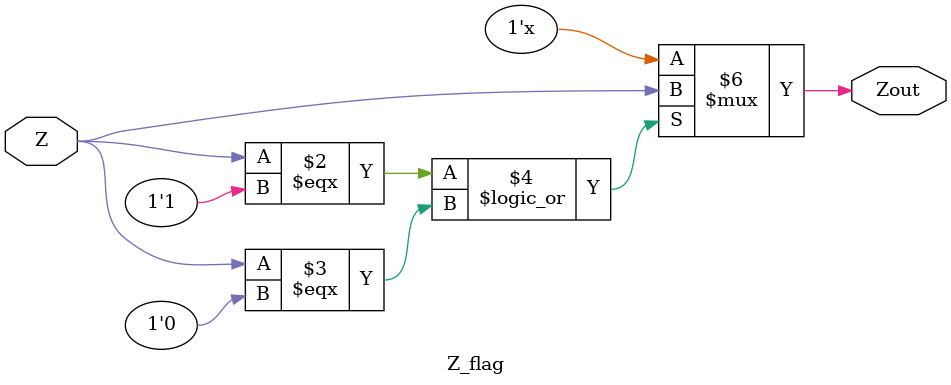
<source format=v>
module Z_flag(input Z, 
            output reg Zout);

    always @(Z) begin
        if (Z === 1 || Z === 0)
            Zout = Z;
    end

    // always @(negedge Z) begin
    //     if (Z === 1 || Z === 0)
    //         Zout <= Z;
    // end

endmodule
</source>
